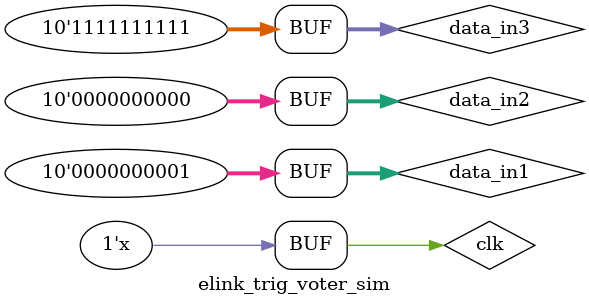
<source format=v>
`timescale 1ns / 1ps
module elink_trig_voter_sim();

  wire [11:0] voted;
  reg clk;
  reg [9:0] data_in1,data_in2,data_in3;

  elink_trig_voter elink_trig_voter(
    .voted(voted),
    .clk(clk),
    .data_in1(data_in1),
    .data_in2(data_in2),
    .data_in3(data_in3)
  );

  initial begin
    $dumpfile("elink_trig_voter.vcd");
    $dumpvars(0,elink_trig_voter);
    clk=0;
    data_in1='b1111111111;
    data_in2='b1111111111;
    data_in3='b1111111111;
    #5;
    data_in1='b0000000000;
    data_in2='b1111111111;
    data_in3='b1111111111;
    #5;
    data_in1='b0000000000;
    data_in2='b0000000000;
    data_in3='b1111111111;
    #5;
    data_in1='b0000000001;
    data_in2='b0000000000;
    data_in3='b1111111111;
  end
  always begin
    clk = !clk;
    #1;
  end
endmodule
</source>
